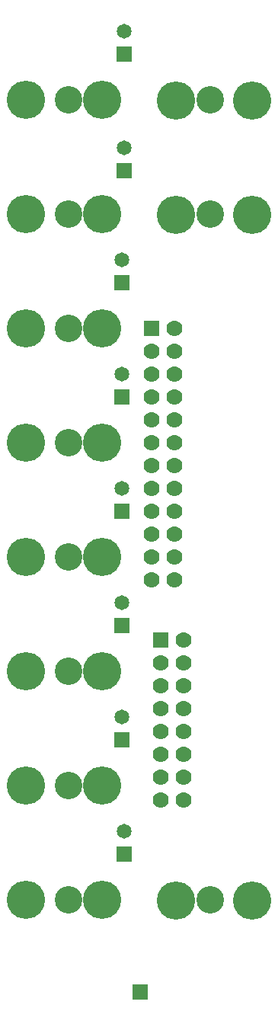
<source format=gts>
G04 (created by PCBNEW-RS274X (2012-01-19 BZR 3256)-stable) date 12/6/2012 10:52:00 PM*
G01*
G70*
G90*
%MOIN*%
G04 Gerber Fmt 3.4, Leading zero omitted, Abs format*
%FSLAX34Y34*%
G04 APERTURE LIST*
%ADD10C,0.006000*%
%ADD11R,0.065000X0.065000*%
%ADD12R,0.070000X0.070000*%
%ADD13C,0.070000*%
%ADD14O,0.167500X0.167500*%
%ADD15C,0.120000*%
%ADD16C,0.065000*%
G04 APERTURE END LIST*
G54D10*
G54D11*
X44500Y-76525D03*
G54D12*
X45400Y-61125D03*
G54D13*
X46400Y-61125D03*
X45400Y-62125D03*
X46400Y-62125D03*
X45400Y-63125D03*
X46400Y-63125D03*
X45400Y-64125D03*
X46400Y-64125D03*
X45400Y-65125D03*
X46400Y-65125D03*
X45400Y-66125D03*
X46400Y-66125D03*
X45400Y-67125D03*
X46400Y-67125D03*
X45400Y-68125D03*
X46400Y-68125D03*
G54D12*
X45000Y-47500D03*
G54D13*
X46000Y-47500D03*
X45000Y-48500D03*
X46000Y-48500D03*
X45000Y-49500D03*
X46000Y-49500D03*
X45000Y-50500D03*
X46000Y-50500D03*
X45000Y-51500D03*
X46000Y-51500D03*
X45000Y-52500D03*
X46000Y-52500D03*
X45000Y-53500D03*
X46000Y-53500D03*
X45000Y-54500D03*
X46000Y-54500D03*
X45000Y-55500D03*
X46000Y-55500D03*
X45000Y-56500D03*
X46000Y-56500D03*
X45000Y-57500D03*
X46000Y-57500D03*
X45000Y-58500D03*
X46000Y-58500D03*
G54D14*
X49410Y-42520D03*
X46060Y-42520D03*
G54D15*
X47550Y-42500D03*
G54D14*
X39490Y-72480D03*
X42840Y-72480D03*
G54D15*
X41350Y-72500D03*
G54D14*
X39490Y-67480D03*
X42840Y-67480D03*
G54D15*
X41350Y-67500D03*
G54D14*
X39490Y-42480D03*
X42840Y-42480D03*
G54D15*
X41350Y-42500D03*
G54D14*
X49410Y-72520D03*
X46060Y-72520D03*
G54D15*
X47550Y-72500D03*
G54D14*
X49410Y-37520D03*
X46060Y-37520D03*
G54D15*
X47550Y-37500D03*
G54D14*
X39490Y-57480D03*
X42840Y-57480D03*
G54D15*
X41350Y-57500D03*
G54D14*
X39490Y-52480D03*
X42840Y-52480D03*
G54D15*
X41350Y-52500D03*
G54D14*
X39490Y-37480D03*
X42840Y-37480D03*
G54D15*
X41350Y-37500D03*
G54D14*
X39490Y-47480D03*
X42840Y-47480D03*
G54D15*
X41350Y-47500D03*
G54D14*
X39490Y-62480D03*
X42840Y-62480D03*
G54D15*
X41350Y-62500D03*
G54D11*
X43800Y-35500D03*
G54D16*
X43800Y-34500D03*
G54D11*
X43800Y-40600D03*
G54D16*
X43800Y-39600D03*
G54D11*
X43700Y-50500D03*
G54D16*
X43700Y-49500D03*
G54D11*
X43700Y-45500D03*
G54D16*
X43700Y-44500D03*
G54D11*
X43700Y-65500D03*
G54D16*
X43700Y-64500D03*
G54D11*
X43800Y-70500D03*
G54D16*
X43800Y-69500D03*
G54D11*
X43700Y-60500D03*
G54D16*
X43700Y-59500D03*
G54D11*
X43700Y-55500D03*
G54D16*
X43700Y-54500D03*
M02*

</source>
